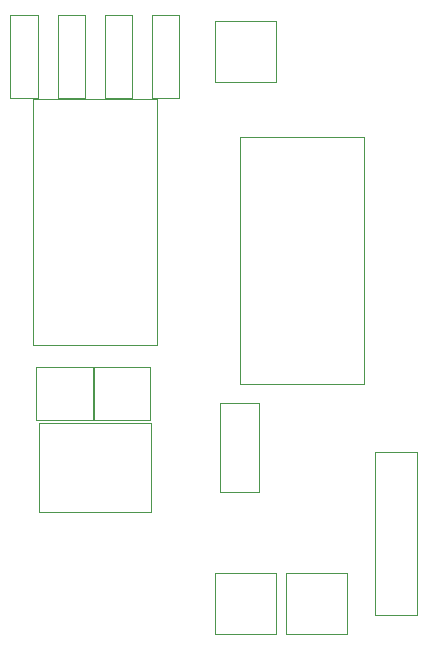
<source format=gbr>
G04 #@! TF.FileFunction,Other,User*
%FSLAX46Y46*%
G04 Gerber Fmt 4.6, Leading zero omitted, Abs format (unit mm)*
G04 Created by KiCad (PCBNEW 4.0.7) date 07/08/18 15:45:41*
%MOMM*%
%LPD*%
G01*
G04 APERTURE LIST*
%ADD10C,0.100000*%
%ADD11C,0.050000*%
G04 APERTURE END LIST*
D10*
D11*
X139650000Y-76650000D02*
X139650000Y-81850000D01*
X139650000Y-81850000D02*
X144850000Y-81850000D01*
X144850000Y-81850000D02*
X144850000Y-76650000D01*
X144850000Y-76650000D02*
X139650000Y-76650000D01*
X139650000Y-123400000D02*
X139650000Y-128600000D01*
X139650000Y-128600000D02*
X144850000Y-128600000D01*
X144850000Y-128600000D02*
X144850000Y-123400000D01*
X144850000Y-123400000D02*
X139650000Y-123400000D01*
X145650000Y-123400000D02*
X145650000Y-128600000D01*
X145650000Y-128600000D02*
X150850000Y-128600000D01*
X150850000Y-128600000D02*
X150850000Y-123400000D01*
X150850000Y-123400000D02*
X145650000Y-123400000D01*
X143400000Y-109000000D02*
X140100000Y-109000000D01*
X140100000Y-109000000D02*
X140100000Y-116600000D01*
X140100000Y-116600000D02*
X143400000Y-116600000D01*
X143400000Y-116600000D02*
X143400000Y-109000000D01*
X134150000Y-110500000D02*
X134150000Y-106000000D01*
X134150000Y-106000000D02*
X129300000Y-106000000D01*
X129300000Y-106000000D02*
X129300000Y-110500000D01*
X129300000Y-110500000D02*
X134150000Y-110500000D01*
X129400000Y-110500000D02*
X129400000Y-106000000D01*
X129400000Y-106000000D02*
X124550000Y-106000000D01*
X124550000Y-106000000D02*
X124550000Y-110500000D01*
X124550000Y-110500000D02*
X129400000Y-110500000D01*
X153200000Y-113200000D02*
X153200000Y-126950000D01*
X153200000Y-126950000D02*
X156800000Y-126950000D01*
X156800000Y-126950000D02*
X156800000Y-113200000D01*
X156800000Y-113200000D02*
X153200000Y-113200000D01*
X122350000Y-83200000D02*
X124650000Y-83200000D01*
X124650000Y-83200000D02*
X124650000Y-76200000D01*
X124650000Y-76200000D02*
X122350000Y-76200000D01*
X122350000Y-76200000D02*
X122350000Y-83200000D01*
X126350000Y-83200000D02*
X128650000Y-83200000D01*
X128650000Y-83200000D02*
X128650000Y-76200000D01*
X128650000Y-76200000D02*
X126350000Y-76200000D01*
X126350000Y-76200000D02*
X126350000Y-83200000D01*
X130350000Y-83200000D02*
X132650000Y-83200000D01*
X132650000Y-83200000D02*
X132650000Y-76200000D01*
X132650000Y-76200000D02*
X130350000Y-76200000D01*
X130350000Y-76200000D02*
X130350000Y-83200000D01*
X134350000Y-83200000D02*
X136650000Y-83200000D01*
X136650000Y-83200000D02*
X136650000Y-76200000D01*
X136650000Y-76200000D02*
X134350000Y-76200000D01*
X134350000Y-76200000D02*
X134350000Y-83200000D01*
X134000000Y-118250000D02*
X134250000Y-118250000D01*
X134250000Y-118250000D02*
X134250000Y-118000000D01*
X134000000Y-110750000D02*
X134250000Y-110750000D01*
X134250000Y-110750000D02*
X134250000Y-111000000D01*
X124750000Y-111000000D02*
X124750000Y-110750000D01*
X124750000Y-110750000D02*
X125000000Y-110750000D01*
X124750000Y-118000000D02*
X124750000Y-118250000D01*
X124750000Y-118250000D02*
X125000000Y-118250000D01*
X125000000Y-110750000D02*
X134000000Y-110750000D01*
X124750000Y-118000000D02*
X124750000Y-111000000D01*
X134000000Y-118250000D02*
X125000000Y-118250000D01*
X134250000Y-111000000D02*
X134250000Y-118000000D01*
X141790000Y-86540000D02*
X141790000Y-107400000D01*
X141790000Y-107400000D02*
X152290000Y-107400000D01*
X152290000Y-107400000D02*
X152290000Y-86540000D01*
X152290000Y-86540000D02*
X141790000Y-86540000D01*
X124290000Y-83290000D02*
X124290000Y-104150000D01*
X124290000Y-104150000D02*
X134790000Y-104150000D01*
X134790000Y-104150000D02*
X134790000Y-83290000D01*
X134790000Y-83290000D02*
X124290000Y-83290000D01*
M02*

</source>
